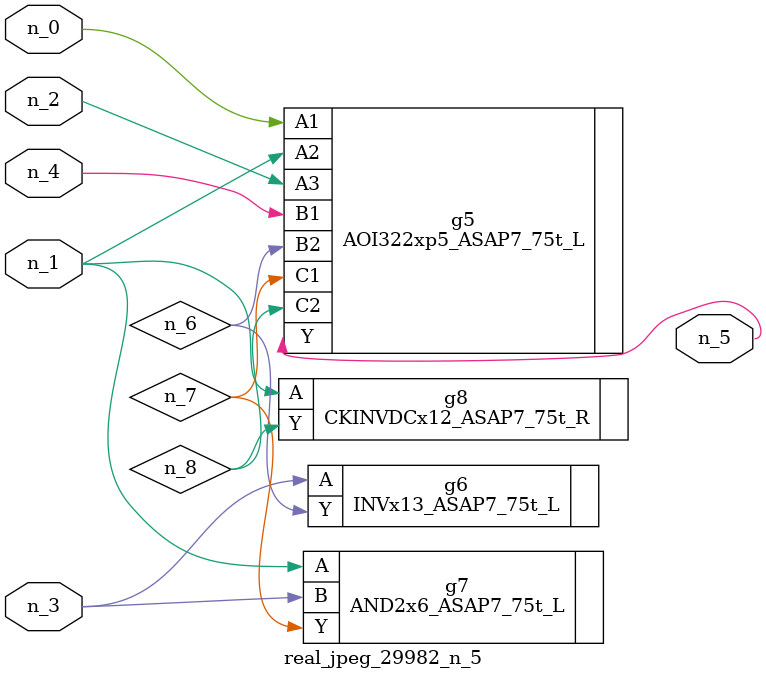
<source format=v>
module real_jpeg_29982_n_5 (n_4, n_0, n_1, n_2, n_3, n_5);

input n_4;
input n_0;
input n_1;
input n_2;
input n_3;

output n_5;

wire n_8;
wire n_6;
wire n_7;

AOI322xp5_ASAP7_75t_L g5 ( 
.A1(n_0),
.A2(n_1),
.A3(n_2),
.B1(n_4),
.B2(n_6),
.C1(n_7),
.C2(n_8),
.Y(n_5)
);

AND2x6_ASAP7_75t_L g7 ( 
.A(n_1),
.B(n_3),
.Y(n_7)
);

CKINVDCx12_ASAP7_75t_R g8 ( 
.A(n_1),
.Y(n_8)
);

INVx13_ASAP7_75t_L g6 ( 
.A(n_3),
.Y(n_6)
);


endmodule
</source>
